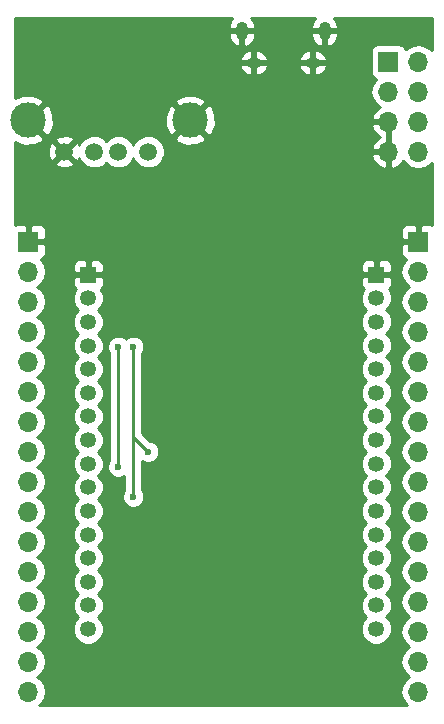
<source format=gbr>
G04 #@! TF.FileFunction,Copper,L2,Bot,Signal*
%FSLAX46Y46*%
G04 Gerber Fmt 4.6, Leading zero omitted, Abs format (unit mm)*
G04 Created by KiCad (PCBNEW 4.0.5) date 02/22/17 14:43:09*
%MOMM*%
%LPD*%
G01*
G04 APERTURE LIST*
%ADD10C,0.100000*%
%ADD11C,1.350000*%
%ADD12R,1.350000X1.350000*%
%ADD13O,1.250000X0.950000*%
%ADD14O,1.000000X1.550000*%
%ADD15C,1.500000*%
%ADD16C,3.000000*%
%ADD17R,1.700000X1.700000*%
%ADD18O,1.700000X1.700000*%
%ADD19C,0.600000*%
%ADD20C,0.250000*%
%ADD21C,0.254000*%
G04 APERTURE END LIST*
D10*
D11*
X138692000Y-129314000D03*
X138692000Y-127314000D03*
X138692000Y-125314000D03*
X138692000Y-123314000D03*
X138692000Y-121314000D03*
X138692000Y-119314000D03*
X138692000Y-117314000D03*
X138692000Y-115314000D03*
X138692000Y-113314000D03*
X138692000Y-111314000D03*
X138692000Y-109314000D03*
X138692000Y-107314000D03*
X138692000Y-105314000D03*
X138692000Y-103314000D03*
X138692000Y-101314000D03*
D12*
X138692000Y-99314000D03*
X114292000Y-99314000D03*
D11*
X114292000Y-101314000D03*
X114292000Y-103314000D03*
X114292000Y-105314000D03*
X114292000Y-107314000D03*
X114292000Y-109314000D03*
X114292000Y-111314000D03*
X114292000Y-113314000D03*
X114292000Y-115314000D03*
X114292000Y-117314000D03*
X114292000Y-119314000D03*
X114292000Y-121314000D03*
X114292000Y-123314000D03*
X114292000Y-125314000D03*
X114292000Y-127314000D03*
X114292000Y-129314000D03*
D13*
X133310000Y-81360000D03*
X128310000Y-81360000D03*
D14*
X134310000Y-78660000D03*
X127310000Y-78660000D03*
D15*
X112270000Y-88900000D03*
X114810000Y-88900000D03*
X116840000Y-88900000D03*
X119380000Y-88900000D03*
D16*
X109220000Y-86230000D03*
X122940000Y-86230000D03*
D17*
X109220000Y-96520000D03*
D18*
X109220000Y-99060000D03*
X109220000Y-101600000D03*
X109220000Y-104140000D03*
X109220000Y-106680000D03*
X109220000Y-109220000D03*
X109220000Y-111760000D03*
X109220000Y-114300000D03*
X109220000Y-116840000D03*
X109220000Y-119380000D03*
X109220000Y-121920000D03*
X109220000Y-124460000D03*
X109220000Y-127000000D03*
X109220000Y-129540000D03*
X109220000Y-132080000D03*
X109220000Y-134620000D03*
D17*
X142240000Y-96520000D03*
D18*
X142240000Y-99060000D03*
X142240000Y-101600000D03*
X142240000Y-104140000D03*
X142240000Y-106680000D03*
X142240000Y-109220000D03*
X142240000Y-111760000D03*
X142240000Y-114300000D03*
X142240000Y-116840000D03*
X142240000Y-119380000D03*
X142240000Y-121920000D03*
X142240000Y-124460000D03*
X142240000Y-127000000D03*
X142240000Y-129540000D03*
X142240000Y-132080000D03*
X142240000Y-134620000D03*
D17*
X139700000Y-81280000D03*
D18*
X142240000Y-81280000D03*
X139700000Y-83820000D03*
X142240000Y-83820000D03*
X139700000Y-86360000D03*
X142240000Y-86360000D03*
X139700000Y-88900000D03*
X142240000Y-88900000D03*
D19*
X128270000Y-99060000D03*
X134620000Y-93980000D03*
X135890000Y-113030000D03*
X135890000Y-120650000D03*
X120650000Y-111760000D03*
X120650000Y-118110000D03*
X119380000Y-93980000D03*
X116840000Y-115570000D03*
X116840000Y-105410000D03*
X119380000Y-114300000D03*
X118110000Y-105410000D03*
X118110000Y-118110000D03*
D20*
X116840000Y-105410000D02*
X116840000Y-115570000D01*
X119380000Y-114300000D02*
X118110000Y-113030000D01*
X118110000Y-118110000D02*
X118110000Y-113030000D01*
X118110000Y-113030000D02*
X118110000Y-105410000D01*
D21*
G36*
X126309998Y-77833322D02*
X126175000Y-78258000D01*
X126175000Y-78533000D01*
X127183000Y-78533000D01*
X127183000Y-78513000D01*
X127437000Y-78513000D01*
X127437000Y-78533000D01*
X128445000Y-78533000D01*
X128445000Y-78258000D01*
X128310002Y-77833322D01*
X128110757Y-77597000D01*
X133509243Y-77597000D01*
X133309998Y-77833322D01*
X133175000Y-78258000D01*
X133175000Y-78533000D01*
X134183000Y-78533000D01*
X134183000Y-78513000D01*
X134437000Y-78513000D01*
X134437000Y-78533000D01*
X135445000Y-78533000D01*
X135445000Y-78258000D01*
X135310002Y-77833322D01*
X135110757Y-77597000D01*
X143383000Y-77597000D01*
X143383000Y-80325509D01*
X143319147Y-80229946D01*
X142837378Y-79908039D01*
X142269093Y-79795000D01*
X142210907Y-79795000D01*
X141642622Y-79908039D01*
X141160853Y-80229946D01*
X141160029Y-80231179D01*
X141153162Y-80194683D01*
X141014090Y-79978559D01*
X140801890Y-79833569D01*
X140550000Y-79782560D01*
X138850000Y-79782560D01*
X138614683Y-79826838D01*
X138398559Y-79965910D01*
X138253569Y-80178110D01*
X138202560Y-80430000D01*
X138202560Y-82130000D01*
X138246838Y-82365317D01*
X138385910Y-82581441D01*
X138598110Y-82726431D01*
X138665541Y-82740086D01*
X138620853Y-82769946D01*
X138298946Y-83251715D01*
X138185907Y-83820000D01*
X138298946Y-84388285D01*
X138620853Y-84870054D01*
X138961553Y-85097702D01*
X138818642Y-85164817D01*
X138428355Y-85593076D01*
X138258524Y-86003110D01*
X138379845Y-86233000D01*
X139573000Y-86233000D01*
X139573000Y-86213000D01*
X139827000Y-86213000D01*
X139827000Y-86233000D01*
X139847000Y-86233000D01*
X139847000Y-86487000D01*
X139827000Y-86487000D01*
X139827000Y-88773000D01*
X139847000Y-88773000D01*
X139847000Y-89027000D01*
X139827000Y-89027000D01*
X139827000Y-90220819D01*
X140056892Y-90341486D01*
X140581358Y-90095183D01*
X140971645Y-89666924D01*
X140971655Y-89666899D01*
X141160853Y-89950054D01*
X141642622Y-90271961D01*
X142210907Y-90385000D01*
X142269093Y-90385000D01*
X142837378Y-90271961D01*
X143319147Y-89950054D01*
X143383000Y-89854491D01*
X143383000Y-95104046D01*
X143216309Y-95035000D01*
X142525750Y-95035000D01*
X142367000Y-95193750D01*
X142367000Y-96393000D01*
X142387000Y-96393000D01*
X142387000Y-96647000D01*
X142367000Y-96647000D01*
X142367000Y-96667000D01*
X142113000Y-96667000D01*
X142113000Y-96647000D01*
X140913750Y-96647000D01*
X140755000Y-96805750D01*
X140755000Y-97496310D01*
X140851673Y-97729699D01*
X141030302Y-97908327D01*
X141204777Y-97980597D01*
X141160853Y-98009946D01*
X140838946Y-98491715D01*
X140725907Y-99060000D01*
X140838946Y-99628285D01*
X141160853Y-100110054D01*
X141490026Y-100330000D01*
X141160853Y-100549946D01*
X140838946Y-101031715D01*
X140725907Y-101600000D01*
X140838946Y-102168285D01*
X141160853Y-102650054D01*
X141490026Y-102870000D01*
X141160853Y-103089946D01*
X140838946Y-103571715D01*
X140725907Y-104140000D01*
X140838946Y-104708285D01*
X141160853Y-105190054D01*
X141490026Y-105410000D01*
X141160853Y-105629946D01*
X140838946Y-106111715D01*
X140725907Y-106680000D01*
X140838946Y-107248285D01*
X141160853Y-107730054D01*
X141490026Y-107950000D01*
X141160853Y-108169946D01*
X140838946Y-108651715D01*
X140725907Y-109220000D01*
X140838946Y-109788285D01*
X141160853Y-110270054D01*
X141490026Y-110490000D01*
X141160853Y-110709946D01*
X140838946Y-111191715D01*
X140725907Y-111760000D01*
X140838946Y-112328285D01*
X141160853Y-112810054D01*
X141490026Y-113030000D01*
X141160853Y-113249946D01*
X140838946Y-113731715D01*
X140725907Y-114300000D01*
X140838946Y-114868285D01*
X141160853Y-115350054D01*
X141490026Y-115570000D01*
X141160853Y-115789946D01*
X140838946Y-116271715D01*
X140725907Y-116840000D01*
X140838946Y-117408285D01*
X141160853Y-117890054D01*
X141490026Y-118110000D01*
X141160853Y-118329946D01*
X140838946Y-118811715D01*
X140725907Y-119380000D01*
X140838946Y-119948285D01*
X141160853Y-120430054D01*
X141490026Y-120650000D01*
X141160853Y-120869946D01*
X140838946Y-121351715D01*
X140725907Y-121920000D01*
X140838946Y-122488285D01*
X141160853Y-122970054D01*
X141490026Y-123190000D01*
X141160853Y-123409946D01*
X140838946Y-123891715D01*
X140725907Y-124460000D01*
X140838946Y-125028285D01*
X141160853Y-125510054D01*
X141490026Y-125730000D01*
X141160853Y-125949946D01*
X140838946Y-126431715D01*
X140725907Y-127000000D01*
X140838946Y-127568285D01*
X141160853Y-128050054D01*
X141490026Y-128270000D01*
X141160853Y-128489946D01*
X140838946Y-128971715D01*
X140725907Y-129540000D01*
X140838946Y-130108285D01*
X141160853Y-130590054D01*
X141490026Y-130810000D01*
X141160853Y-131029946D01*
X140838946Y-131511715D01*
X140725907Y-132080000D01*
X140838946Y-132648285D01*
X141160853Y-133130054D01*
X141490026Y-133350000D01*
X141160853Y-133569946D01*
X140838946Y-134051715D01*
X140725907Y-134620000D01*
X140838946Y-135188285D01*
X141160853Y-135670054D01*
X141299957Y-135763000D01*
X110160043Y-135763000D01*
X110299147Y-135670054D01*
X110621054Y-135188285D01*
X110734093Y-134620000D01*
X110621054Y-134051715D01*
X110299147Y-133569946D01*
X109969974Y-133350000D01*
X110299147Y-133130054D01*
X110621054Y-132648285D01*
X110734093Y-132080000D01*
X110621054Y-131511715D01*
X110299147Y-131029946D01*
X109969974Y-130810000D01*
X110299147Y-130590054D01*
X110621054Y-130108285D01*
X110734093Y-129540000D01*
X110621054Y-128971715D01*
X110299147Y-128489946D01*
X109969974Y-128270000D01*
X110299147Y-128050054D01*
X110621054Y-127568285D01*
X110734093Y-127000000D01*
X110621054Y-126431715D01*
X110299147Y-125949946D01*
X109969974Y-125730000D01*
X110299147Y-125510054D01*
X110621054Y-125028285D01*
X110734093Y-124460000D01*
X110621054Y-123891715D01*
X110299147Y-123409946D01*
X109969974Y-123190000D01*
X110299147Y-122970054D01*
X110621054Y-122488285D01*
X110734093Y-121920000D01*
X110621054Y-121351715D01*
X110299147Y-120869946D01*
X109969974Y-120650000D01*
X110299147Y-120430054D01*
X110621054Y-119948285D01*
X110734093Y-119380000D01*
X110621054Y-118811715D01*
X110299147Y-118329946D01*
X109969974Y-118110000D01*
X110299147Y-117890054D01*
X110621054Y-117408285D01*
X110734093Y-116840000D01*
X110621054Y-116271715D01*
X110299147Y-115789946D01*
X109969974Y-115570000D01*
X110299147Y-115350054D01*
X110621054Y-114868285D01*
X110734093Y-114300000D01*
X110621054Y-113731715D01*
X110299147Y-113249946D01*
X109969974Y-113030000D01*
X110299147Y-112810054D01*
X110621054Y-112328285D01*
X110734093Y-111760000D01*
X110621054Y-111191715D01*
X110299147Y-110709946D01*
X109969974Y-110490000D01*
X110299147Y-110270054D01*
X110621054Y-109788285D01*
X110734093Y-109220000D01*
X110621054Y-108651715D01*
X110299147Y-108169946D01*
X109969974Y-107950000D01*
X110299147Y-107730054D01*
X110621054Y-107248285D01*
X110734093Y-106680000D01*
X110621054Y-106111715D01*
X110299147Y-105629946D01*
X109969974Y-105410000D01*
X110299147Y-105190054D01*
X110621054Y-104708285D01*
X110734093Y-104140000D01*
X110621054Y-103571715D01*
X110299147Y-103089946D01*
X109969974Y-102870000D01*
X110299147Y-102650054D01*
X110621054Y-102168285D01*
X110734093Y-101600000D01*
X110728809Y-101573432D01*
X112981774Y-101573432D01*
X113180789Y-102055086D01*
X113439380Y-102314129D01*
X113182084Y-102570976D01*
X112982228Y-103052282D01*
X112981774Y-103573432D01*
X113180789Y-104055086D01*
X113439380Y-104314129D01*
X113182084Y-104570976D01*
X112982228Y-105052282D01*
X112981774Y-105573432D01*
X113180789Y-106055086D01*
X113439380Y-106314129D01*
X113182084Y-106570976D01*
X112982228Y-107052282D01*
X112981774Y-107573432D01*
X113180789Y-108055086D01*
X113439380Y-108314129D01*
X113182084Y-108570976D01*
X112982228Y-109052282D01*
X112981774Y-109573432D01*
X113180789Y-110055086D01*
X113439380Y-110314129D01*
X113182084Y-110570976D01*
X112982228Y-111052282D01*
X112981774Y-111573432D01*
X113180789Y-112055086D01*
X113439380Y-112314129D01*
X113182084Y-112570976D01*
X112982228Y-113052282D01*
X112981774Y-113573432D01*
X113180789Y-114055086D01*
X113439380Y-114314129D01*
X113182084Y-114570976D01*
X112982228Y-115052282D01*
X112981774Y-115573432D01*
X113180789Y-116055086D01*
X113439380Y-116314129D01*
X113182084Y-116570976D01*
X112982228Y-117052282D01*
X112981774Y-117573432D01*
X113180789Y-118055086D01*
X113439380Y-118314129D01*
X113182084Y-118570976D01*
X112982228Y-119052282D01*
X112981774Y-119573432D01*
X113180789Y-120055086D01*
X113439380Y-120314129D01*
X113182084Y-120570976D01*
X112982228Y-121052282D01*
X112981774Y-121573432D01*
X113180789Y-122055086D01*
X113439380Y-122314129D01*
X113182084Y-122570976D01*
X112982228Y-123052282D01*
X112981774Y-123573432D01*
X113180789Y-124055086D01*
X113439380Y-124314129D01*
X113182084Y-124570976D01*
X112982228Y-125052282D01*
X112981774Y-125573432D01*
X113180789Y-126055086D01*
X113439380Y-126314129D01*
X113182084Y-126570976D01*
X112982228Y-127052282D01*
X112981774Y-127573432D01*
X113180789Y-128055086D01*
X113439380Y-128314129D01*
X113182084Y-128570976D01*
X112982228Y-129052282D01*
X112981774Y-129573432D01*
X113180789Y-130055086D01*
X113548976Y-130423916D01*
X114030282Y-130623772D01*
X114551432Y-130624226D01*
X115033086Y-130425211D01*
X115401916Y-130057024D01*
X115601772Y-129575718D01*
X115602226Y-129054568D01*
X115403211Y-128572914D01*
X115144620Y-128313871D01*
X115401916Y-128057024D01*
X115601772Y-127575718D01*
X115602226Y-127054568D01*
X115403211Y-126572914D01*
X115144620Y-126313871D01*
X115401916Y-126057024D01*
X115601772Y-125575718D01*
X115602226Y-125054568D01*
X115403211Y-124572914D01*
X115144620Y-124313871D01*
X115401916Y-124057024D01*
X115601772Y-123575718D01*
X115602226Y-123054568D01*
X115403211Y-122572914D01*
X115144620Y-122313871D01*
X115401916Y-122057024D01*
X115601772Y-121575718D01*
X115602226Y-121054568D01*
X115403211Y-120572914D01*
X115144620Y-120313871D01*
X115401916Y-120057024D01*
X115601772Y-119575718D01*
X115602226Y-119054568D01*
X115403211Y-118572914D01*
X115144620Y-118313871D01*
X115401916Y-118057024D01*
X115601772Y-117575718D01*
X115602226Y-117054568D01*
X115403211Y-116572914D01*
X115144620Y-116313871D01*
X115401916Y-116057024D01*
X115601772Y-115575718D01*
X115602226Y-115054568D01*
X115403211Y-114572914D01*
X115144620Y-114313871D01*
X115401916Y-114057024D01*
X115601772Y-113575718D01*
X115602226Y-113054568D01*
X115403211Y-112572914D01*
X115144620Y-112313871D01*
X115401916Y-112057024D01*
X115601772Y-111575718D01*
X115602226Y-111054568D01*
X115403211Y-110572914D01*
X115144620Y-110313871D01*
X115401916Y-110057024D01*
X115601772Y-109575718D01*
X115602226Y-109054568D01*
X115403211Y-108572914D01*
X115144620Y-108313871D01*
X115401916Y-108057024D01*
X115601772Y-107575718D01*
X115602226Y-107054568D01*
X115403211Y-106572914D01*
X115144620Y-106313871D01*
X115401916Y-106057024D01*
X115593696Y-105595167D01*
X115904838Y-105595167D01*
X116046883Y-105938943D01*
X116080000Y-105972118D01*
X116080000Y-115007537D01*
X116047808Y-115039673D01*
X115905162Y-115383201D01*
X115904838Y-115755167D01*
X116046883Y-116098943D01*
X116309673Y-116362192D01*
X116653201Y-116504838D01*
X117025167Y-116505162D01*
X117350000Y-116370944D01*
X117350000Y-117547537D01*
X117317808Y-117579673D01*
X117175162Y-117923201D01*
X117174838Y-118295167D01*
X117316883Y-118638943D01*
X117579673Y-118902192D01*
X117923201Y-119044838D01*
X118295167Y-119045162D01*
X118638943Y-118903117D01*
X118902192Y-118640327D01*
X119044838Y-118296799D01*
X119045162Y-117924833D01*
X118903117Y-117581057D01*
X118870000Y-117547882D01*
X118870000Y-115100633D01*
X119193201Y-115234838D01*
X119565167Y-115235162D01*
X119908943Y-115093117D01*
X120172192Y-114830327D01*
X120314838Y-114486799D01*
X120315162Y-114114833D01*
X120173117Y-113771057D01*
X119910327Y-113507808D01*
X119566799Y-113365162D01*
X119519923Y-113365121D01*
X118870000Y-112715198D01*
X118870000Y-105972463D01*
X118902192Y-105940327D01*
X119044838Y-105596799D01*
X119045162Y-105224833D01*
X118903117Y-104881057D01*
X118640327Y-104617808D01*
X118296799Y-104475162D01*
X117924833Y-104474838D01*
X117581057Y-104616883D01*
X117475046Y-104722710D01*
X117370327Y-104617808D01*
X117026799Y-104475162D01*
X116654833Y-104474838D01*
X116311057Y-104616883D01*
X116047808Y-104879673D01*
X115905162Y-105223201D01*
X115904838Y-105595167D01*
X115593696Y-105595167D01*
X115601772Y-105575718D01*
X115602226Y-105054568D01*
X115403211Y-104572914D01*
X115144620Y-104313871D01*
X115401916Y-104057024D01*
X115601772Y-103575718D01*
X115602226Y-103054568D01*
X115403211Y-102572914D01*
X115144620Y-102313871D01*
X115401916Y-102057024D01*
X115601772Y-101575718D01*
X115601773Y-101573432D01*
X137381774Y-101573432D01*
X137580789Y-102055086D01*
X137839380Y-102314129D01*
X137582084Y-102570976D01*
X137382228Y-103052282D01*
X137381774Y-103573432D01*
X137580789Y-104055086D01*
X137839380Y-104314129D01*
X137582084Y-104570976D01*
X137382228Y-105052282D01*
X137381774Y-105573432D01*
X137580789Y-106055086D01*
X137839380Y-106314129D01*
X137582084Y-106570976D01*
X137382228Y-107052282D01*
X137381774Y-107573432D01*
X137580789Y-108055086D01*
X137839380Y-108314129D01*
X137582084Y-108570976D01*
X137382228Y-109052282D01*
X137381774Y-109573432D01*
X137580789Y-110055086D01*
X137839380Y-110314129D01*
X137582084Y-110570976D01*
X137382228Y-111052282D01*
X137381774Y-111573432D01*
X137580789Y-112055086D01*
X137839380Y-112314129D01*
X137582084Y-112570976D01*
X137382228Y-113052282D01*
X137381774Y-113573432D01*
X137580789Y-114055086D01*
X137839380Y-114314129D01*
X137582084Y-114570976D01*
X137382228Y-115052282D01*
X137381774Y-115573432D01*
X137580789Y-116055086D01*
X137839380Y-116314129D01*
X137582084Y-116570976D01*
X137382228Y-117052282D01*
X137381774Y-117573432D01*
X137580789Y-118055086D01*
X137839380Y-118314129D01*
X137582084Y-118570976D01*
X137382228Y-119052282D01*
X137381774Y-119573432D01*
X137580789Y-120055086D01*
X137839380Y-120314129D01*
X137582084Y-120570976D01*
X137382228Y-121052282D01*
X137381774Y-121573432D01*
X137580789Y-122055086D01*
X137839380Y-122314129D01*
X137582084Y-122570976D01*
X137382228Y-123052282D01*
X137381774Y-123573432D01*
X137580789Y-124055086D01*
X137839380Y-124314129D01*
X137582084Y-124570976D01*
X137382228Y-125052282D01*
X137381774Y-125573432D01*
X137580789Y-126055086D01*
X137839380Y-126314129D01*
X137582084Y-126570976D01*
X137382228Y-127052282D01*
X137381774Y-127573432D01*
X137580789Y-128055086D01*
X137839380Y-128314129D01*
X137582084Y-128570976D01*
X137382228Y-129052282D01*
X137381774Y-129573432D01*
X137580789Y-130055086D01*
X137948976Y-130423916D01*
X138430282Y-130623772D01*
X138951432Y-130624226D01*
X139433086Y-130425211D01*
X139801916Y-130057024D01*
X140001772Y-129575718D01*
X140002226Y-129054568D01*
X139803211Y-128572914D01*
X139544620Y-128313871D01*
X139801916Y-128057024D01*
X140001772Y-127575718D01*
X140002226Y-127054568D01*
X139803211Y-126572914D01*
X139544620Y-126313871D01*
X139801916Y-126057024D01*
X140001772Y-125575718D01*
X140002226Y-125054568D01*
X139803211Y-124572914D01*
X139544620Y-124313871D01*
X139801916Y-124057024D01*
X140001772Y-123575718D01*
X140002226Y-123054568D01*
X139803211Y-122572914D01*
X139544620Y-122313871D01*
X139801916Y-122057024D01*
X140001772Y-121575718D01*
X140002226Y-121054568D01*
X139803211Y-120572914D01*
X139544620Y-120313871D01*
X139801916Y-120057024D01*
X140001772Y-119575718D01*
X140002226Y-119054568D01*
X139803211Y-118572914D01*
X139544620Y-118313871D01*
X139801916Y-118057024D01*
X140001772Y-117575718D01*
X140002226Y-117054568D01*
X139803211Y-116572914D01*
X139544620Y-116313871D01*
X139801916Y-116057024D01*
X140001772Y-115575718D01*
X140002226Y-115054568D01*
X139803211Y-114572914D01*
X139544620Y-114313871D01*
X139801916Y-114057024D01*
X140001772Y-113575718D01*
X140002226Y-113054568D01*
X139803211Y-112572914D01*
X139544620Y-112313871D01*
X139801916Y-112057024D01*
X140001772Y-111575718D01*
X140002226Y-111054568D01*
X139803211Y-110572914D01*
X139544620Y-110313871D01*
X139801916Y-110057024D01*
X140001772Y-109575718D01*
X140002226Y-109054568D01*
X139803211Y-108572914D01*
X139544620Y-108313871D01*
X139801916Y-108057024D01*
X140001772Y-107575718D01*
X140002226Y-107054568D01*
X139803211Y-106572914D01*
X139544620Y-106313871D01*
X139801916Y-106057024D01*
X140001772Y-105575718D01*
X140002226Y-105054568D01*
X139803211Y-104572914D01*
X139544620Y-104313871D01*
X139801916Y-104057024D01*
X140001772Y-103575718D01*
X140002226Y-103054568D01*
X139803211Y-102572914D01*
X139544620Y-102313871D01*
X139801916Y-102057024D01*
X140001772Y-101575718D01*
X140002226Y-101054568D01*
X139803211Y-100572914D01*
X139742214Y-100511811D01*
X139905327Y-100348699D01*
X140002000Y-100115310D01*
X140002000Y-99599750D01*
X139843250Y-99441000D01*
X138819000Y-99441000D01*
X138819000Y-99461000D01*
X138565000Y-99461000D01*
X138565000Y-99441000D01*
X137540750Y-99441000D01*
X137382000Y-99599750D01*
X137382000Y-100115310D01*
X137478673Y-100348699D01*
X137641569Y-100511594D01*
X137582084Y-100570976D01*
X137382228Y-101052282D01*
X137381774Y-101573432D01*
X115601773Y-101573432D01*
X115602226Y-101054568D01*
X115403211Y-100572914D01*
X115342214Y-100511811D01*
X115505327Y-100348699D01*
X115602000Y-100115310D01*
X115602000Y-99599750D01*
X115443250Y-99441000D01*
X114419000Y-99441000D01*
X114419000Y-99461000D01*
X114165000Y-99461000D01*
X114165000Y-99441000D01*
X113140750Y-99441000D01*
X112982000Y-99599750D01*
X112982000Y-100115310D01*
X113078673Y-100348699D01*
X113241569Y-100511594D01*
X113182084Y-100570976D01*
X112982228Y-101052282D01*
X112981774Y-101573432D01*
X110728809Y-101573432D01*
X110621054Y-101031715D01*
X110299147Y-100549946D01*
X109969974Y-100330000D01*
X110299147Y-100110054D01*
X110621054Y-99628285D01*
X110734093Y-99060000D01*
X110625227Y-98512690D01*
X112982000Y-98512690D01*
X112982000Y-99028250D01*
X113140750Y-99187000D01*
X114165000Y-99187000D01*
X114165000Y-98162750D01*
X114419000Y-98162750D01*
X114419000Y-99187000D01*
X115443250Y-99187000D01*
X115602000Y-99028250D01*
X115602000Y-98512690D01*
X137382000Y-98512690D01*
X137382000Y-99028250D01*
X137540750Y-99187000D01*
X138565000Y-99187000D01*
X138565000Y-98162750D01*
X138819000Y-98162750D01*
X138819000Y-99187000D01*
X139843250Y-99187000D01*
X140002000Y-99028250D01*
X140002000Y-98512690D01*
X139905327Y-98279301D01*
X139726698Y-98100673D01*
X139493309Y-98004000D01*
X138977750Y-98004000D01*
X138819000Y-98162750D01*
X138565000Y-98162750D01*
X138406250Y-98004000D01*
X137890691Y-98004000D01*
X137657302Y-98100673D01*
X137478673Y-98279301D01*
X137382000Y-98512690D01*
X115602000Y-98512690D01*
X115505327Y-98279301D01*
X115326698Y-98100673D01*
X115093309Y-98004000D01*
X114577750Y-98004000D01*
X114419000Y-98162750D01*
X114165000Y-98162750D01*
X114006250Y-98004000D01*
X113490691Y-98004000D01*
X113257302Y-98100673D01*
X113078673Y-98279301D01*
X112982000Y-98512690D01*
X110625227Y-98512690D01*
X110621054Y-98491715D01*
X110299147Y-98009946D01*
X110255223Y-97980597D01*
X110429698Y-97908327D01*
X110608327Y-97729699D01*
X110705000Y-97496310D01*
X110705000Y-96805750D01*
X110546250Y-96647000D01*
X109347000Y-96647000D01*
X109347000Y-96667000D01*
X109093000Y-96667000D01*
X109093000Y-96647000D01*
X109073000Y-96647000D01*
X109073000Y-96393000D01*
X109093000Y-96393000D01*
X109093000Y-95193750D01*
X109347000Y-95193750D01*
X109347000Y-96393000D01*
X110546250Y-96393000D01*
X110705000Y-96234250D01*
X110705000Y-95543690D01*
X140755000Y-95543690D01*
X140755000Y-96234250D01*
X140913750Y-96393000D01*
X142113000Y-96393000D01*
X142113000Y-95193750D01*
X141954250Y-95035000D01*
X141263691Y-95035000D01*
X141030302Y-95131673D01*
X140851673Y-95310301D01*
X140755000Y-95543690D01*
X110705000Y-95543690D01*
X110608327Y-95310301D01*
X110429698Y-95131673D01*
X110196309Y-95035000D01*
X109505750Y-95035000D01*
X109347000Y-95193750D01*
X109093000Y-95193750D01*
X108934250Y-95035000D01*
X108243691Y-95035000D01*
X108077000Y-95104046D01*
X108077000Y-89871517D01*
X111478088Y-89871517D01*
X111546077Y-90112460D01*
X112065171Y-90297201D01*
X112615448Y-90269230D01*
X112993923Y-90112460D01*
X113061912Y-89871517D01*
X112270000Y-89079605D01*
X111478088Y-89871517D01*
X108077000Y-89871517D01*
X108077000Y-88695171D01*
X110872799Y-88695171D01*
X110900770Y-89245448D01*
X111057540Y-89623923D01*
X111298483Y-89691912D01*
X112090395Y-88900000D01*
X112449605Y-88900000D01*
X113241517Y-89691912D01*
X113482460Y-89623923D01*
X113541732Y-89457379D01*
X113635169Y-89683515D01*
X114024436Y-90073461D01*
X114533298Y-90284759D01*
X115084285Y-90285240D01*
X115593515Y-90074831D01*
X115825062Y-89843687D01*
X116054436Y-90073461D01*
X116563298Y-90284759D01*
X117114285Y-90285240D01*
X117623515Y-90074831D01*
X118013461Y-89685564D01*
X118109976Y-89453130D01*
X118205169Y-89683515D01*
X118594436Y-90073461D01*
X119103298Y-90284759D01*
X119654285Y-90285240D01*
X120163515Y-90074831D01*
X120553461Y-89685564D01*
X120731462Y-89256890D01*
X138258524Y-89256890D01*
X138428355Y-89666924D01*
X138818642Y-90095183D01*
X139343108Y-90341486D01*
X139573000Y-90220819D01*
X139573000Y-89027000D01*
X138379845Y-89027000D01*
X138258524Y-89256890D01*
X120731462Y-89256890D01*
X120764759Y-89176702D01*
X120765240Y-88625715D01*
X120554831Y-88116485D01*
X120182965Y-87743970D01*
X121605635Y-87743970D01*
X121765418Y-88062739D01*
X122556187Y-88372723D01*
X123405387Y-88356497D01*
X124114582Y-88062739D01*
X124274365Y-87743970D01*
X122940000Y-86409605D01*
X121605635Y-87743970D01*
X120182965Y-87743970D01*
X120165564Y-87726539D01*
X119656702Y-87515241D01*
X119105715Y-87514760D01*
X118596485Y-87725169D01*
X118206539Y-88114436D01*
X118110024Y-88346870D01*
X118014831Y-88116485D01*
X117625564Y-87726539D01*
X117116702Y-87515241D01*
X116565715Y-87514760D01*
X116056485Y-87725169D01*
X115824938Y-87956313D01*
X115595564Y-87726539D01*
X115086702Y-87515241D01*
X114535715Y-87514760D01*
X114026485Y-87725169D01*
X113636539Y-88114436D01*
X113546623Y-88330979D01*
X113482460Y-88176077D01*
X113241517Y-88108088D01*
X112449605Y-88900000D01*
X112090395Y-88900000D01*
X111298483Y-88108088D01*
X111057540Y-88176077D01*
X110872799Y-88695171D01*
X108077000Y-88695171D01*
X108077000Y-88075119D01*
X108836187Y-88372723D01*
X109685387Y-88356497D01*
X110394582Y-88062739D01*
X110461877Y-87928483D01*
X111478088Y-87928483D01*
X112270000Y-88720395D01*
X113061912Y-87928483D01*
X112993923Y-87687540D01*
X112474829Y-87502799D01*
X111924552Y-87530770D01*
X111546077Y-87687540D01*
X111478088Y-87928483D01*
X110461877Y-87928483D01*
X110554365Y-87743970D01*
X109220000Y-86409605D01*
X109205858Y-86423748D01*
X109026253Y-86244143D01*
X109040395Y-86230000D01*
X109399605Y-86230000D01*
X110733970Y-87564365D01*
X111052739Y-87404582D01*
X111362723Y-86613813D01*
X111348056Y-85846187D01*
X120797277Y-85846187D01*
X120813503Y-86695387D01*
X121107261Y-87404582D01*
X121426030Y-87564365D01*
X122760395Y-86230000D01*
X123119605Y-86230000D01*
X124453970Y-87564365D01*
X124772739Y-87404582D01*
X125042316Y-86716890D01*
X138258524Y-86716890D01*
X138428355Y-87126924D01*
X138818642Y-87555183D01*
X138977954Y-87630000D01*
X138818642Y-87704817D01*
X138428355Y-88133076D01*
X138258524Y-88543110D01*
X138379845Y-88773000D01*
X139573000Y-88773000D01*
X139573000Y-86487000D01*
X138379845Y-86487000D01*
X138258524Y-86716890D01*
X125042316Y-86716890D01*
X125082723Y-86613813D01*
X125066497Y-85764613D01*
X124772739Y-85055418D01*
X124453970Y-84895635D01*
X123119605Y-86230000D01*
X122760395Y-86230000D01*
X121426030Y-84895635D01*
X121107261Y-85055418D01*
X120797277Y-85846187D01*
X111348056Y-85846187D01*
X111346497Y-85764613D01*
X111052739Y-85055418D01*
X110733970Y-84895635D01*
X109399605Y-86230000D01*
X109040395Y-86230000D01*
X109026253Y-86215858D01*
X109205858Y-86036253D01*
X109220000Y-86050395D01*
X110554365Y-84716030D01*
X121605635Y-84716030D01*
X122940000Y-86050395D01*
X124274365Y-84716030D01*
X124114582Y-84397261D01*
X123323813Y-84087277D01*
X122474613Y-84103503D01*
X121765418Y-84397261D01*
X121605635Y-84716030D01*
X110554365Y-84716030D01*
X110394582Y-84397261D01*
X109603813Y-84087277D01*
X108754613Y-84103503D01*
X108077000Y-84384179D01*
X108077000Y-81657938D01*
X127090732Y-81657938D01*
X127274448Y-82031821D01*
X127598951Y-82319568D01*
X128008869Y-82461229D01*
X128183000Y-82312563D01*
X128183000Y-81487000D01*
X128437000Y-81487000D01*
X128437000Y-82312563D01*
X128611131Y-82461229D01*
X129021049Y-82319568D01*
X129345552Y-82031821D01*
X129529268Y-81657938D01*
X132090732Y-81657938D01*
X132274448Y-82031821D01*
X132598951Y-82319568D01*
X133008869Y-82461229D01*
X133183000Y-82312563D01*
X133183000Y-81487000D01*
X133437000Y-81487000D01*
X133437000Y-82312563D01*
X133611131Y-82461229D01*
X134021049Y-82319568D01*
X134345552Y-82031821D01*
X134529268Y-81657938D01*
X134402734Y-81487000D01*
X133437000Y-81487000D01*
X133183000Y-81487000D01*
X132217266Y-81487000D01*
X132090732Y-81657938D01*
X129529268Y-81657938D01*
X129402734Y-81487000D01*
X128437000Y-81487000D01*
X128183000Y-81487000D01*
X127217266Y-81487000D01*
X127090732Y-81657938D01*
X108077000Y-81657938D01*
X108077000Y-81062062D01*
X127090732Y-81062062D01*
X127217266Y-81233000D01*
X128183000Y-81233000D01*
X128183000Y-80407437D01*
X128437000Y-80407437D01*
X128437000Y-81233000D01*
X129402734Y-81233000D01*
X129529268Y-81062062D01*
X132090732Y-81062062D01*
X132217266Y-81233000D01*
X133183000Y-81233000D01*
X133183000Y-80407437D01*
X133437000Y-80407437D01*
X133437000Y-81233000D01*
X134402734Y-81233000D01*
X134529268Y-81062062D01*
X134345552Y-80688179D01*
X134021049Y-80400432D01*
X133611131Y-80258771D01*
X133437000Y-80407437D01*
X133183000Y-80407437D01*
X133008869Y-80258771D01*
X132598951Y-80400432D01*
X132274448Y-80688179D01*
X132090732Y-81062062D01*
X129529268Y-81062062D01*
X129345552Y-80688179D01*
X129021049Y-80400432D01*
X128611131Y-80258771D01*
X128437000Y-80407437D01*
X128183000Y-80407437D01*
X128008869Y-80258771D01*
X127598951Y-80400432D01*
X127274448Y-80688179D01*
X127090732Y-81062062D01*
X108077000Y-81062062D01*
X108077000Y-78787000D01*
X126175000Y-78787000D01*
X126175000Y-79062000D01*
X126309998Y-79486678D01*
X126597237Y-79827368D01*
X127008126Y-80029119D01*
X127183000Y-79902954D01*
X127183000Y-78787000D01*
X127437000Y-78787000D01*
X127437000Y-79902954D01*
X127611874Y-80029119D01*
X128022763Y-79827368D01*
X128310002Y-79486678D01*
X128445000Y-79062000D01*
X128445000Y-78787000D01*
X133175000Y-78787000D01*
X133175000Y-79062000D01*
X133309998Y-79486678D01*
X133597237Y-79827368D01*
X134008126Y-80029119D01*
X134183000Y-79902954D01*
X134183000Y-78787000D01*
X134437000Y-78787000D01*
X134437000Y-79902954D01*
X134611874Y-80029119D01*
X135022763Y-79827368D01*
X135310002Y-79486678D01*
X135445000Y-79062000D01*
X135445000Y-78787000D01*
X134437000Y-78787000D01*
X134183000Y-78787000D01*
X133175000Y-78787000D01*
X128445000Y-78787000D01*
X127437000Y-78787000D01*
X127183000Y-78787000D01*
X126175000Y-78787000D01*
X108077000Y-78787000D01*
X108077000Y-77597000D01*
X126509243Y-77597000D01*
X126309998Y-77833322D01*
X126309998Y-77833322D01*
G37*
X126309998Y-77833322D02*
X126175000Y-78258000D01*
X126175000Y-78533000D01*
X127183000Y-78533000D01*
X127183000Y-78513000D01*
X127437000Y-78513000D01*
X127437000Y-78533000D01*
X128445000Y-78533000D01*
X128445000Y-78258000D01*
X128310002Y-77833322D01*
X128110757Y-77597000D01*
X133509243Y-77597000D01*
X133309998Y-77833322D01*
X133175000Y-78258000D01*
X133175000Y-78533000D01*
X134183000Y-78533000D01*
X134183000Y-78513000D01*
X134437000Y-78513000D01*
X134437000Y-78533000D01*
X135445000Y-78533000D01*
X135445000Y-78258000D01*
X135310002Y-77833322D01*
X135110757Y-77597000D01*
X143383000Y-77597000D01*
X143383000Y-80325509D01*
X143319147Y-80229946D01*
X142837378Y-79908039D01*
X142269093Y-79795000D01*
X142210907Y-79795000D01*
X141642622Y-79908039D01*
X141160853Y-80229946D01*
X141160029Y-80231179D01*
X141153162Y-80194683D01*
X141014090Y-79978559D01*
X140801890Y-79833569D01*
X140550000Y-79782560D01*
X138850000Y-79782560D01*
X138614683Y-79826838D01*
X138398559Y-79965910D01*
X138253569Y-80178110D01*
X138202560Y-80430000D01*
X138202560Y-82130000D01*
X138246838Y-82365317D01*
X138385910Y-82581441D01*
X138598110Y-82726431D01*
X138665541Y-82740086D01*
X138620853Y-82769946D01*
X138298946Y-83251715D01*
X138185907Y-83820000D01*
X138298946Y-84388285D01*
X138620853Y-84870054D01*
X138961553Y-85097702D01*
X138818642Y-85164817D01*
X138428355Y-85593076D01*
X138258524Y-86003110D01*
X138379845Y-86233000D01*
X139573000Y-86233000D01*
X139573000Y-86213000D01*
X139827000Y-86213000D01*
X139827000Y-86233000D01*
X139847000Y-86233000D01*
X139847000Y-86487000D01*
X139827000Y-86487000D01*
X139827000Y-88773000D01*
X139847000Y-88773000D01*
X139847000Y-89027000D01*
X139827000Y-89027000D01*
X139827000Y-90220819D01*
X140056892Y-90341486D01*
X140581358Y-90095183D01*
X140971645Y-89666924D01*
X140971655Y-89666899D01*
X141160853Y-89950054D01*
X141642622Y-90271961D01*
X142210907Y-90385000D01*
X142269093Y-90385000D01*
X142837378Y-90271961D01*
X143319147Y-89950054D01*
X143383000Y-89854491D01*
X143383000Y-95104046D01*
X143216309Y-95035000D01*
X142525750Y-95035000D01*
X142367000Y-95193750D01*
X142367000Y-96393000D01*
X142387000Y-96393000D01*
X142387000Y-96647000D01*
X142367000Y-96647000D01*
X142367000Y-96667000D01*
X142113000Y-96667000D01*
X142113000Y-96647000D01*
X140913750Y-96647000D01*
X140755000Y-96805750D01*
X140755000Y-97496310D01*
X140851673Y-97729699D01*
X141030302Y-97908327D01*
X141204777Y-97980597D01*
X141160853Y-98009946D01*
X140838946Y-98491715D01*
X140725907Y-99060000D01*
X140838946Y-99628285D01*
X141160853Y-100110054D01*
X141490026Y-100330000D01*
X141160853Y-100549946D01*
X140838946Y-101031715D01*
X140725907Y-101600000D01*
X140838946Y-102168285D01*
X141160853Y-102650054D01*
X141490026Y-102870000D01*
X141160853Y-103089946D01*
X140838946Y-103571715D01*
X140725907Y-104140000D01*
X140838946Y-104708285D01*
X141160853Y-105190054D01*
X141490026Y-105410000D01*
X141160853Y-105629946D01*
X140838946Y-106111715D01*
X140725907Y-106680000D01*
X140838946Y-107248285D01*
X141160853Y-107730054D01*
X141490026Y-107950000D01*
X141160853Y-108169946D01*
X140838946Y-108651715D01*
X140725907Y-109220000D01*
X140838946Y-109788285D01*
X141160853Y-110270054D01*
X141490026Y-110490000D01*
X141160853Y-110709946D01*
X140838946Y-111191715D01*
X140725907Y-111760000D01*
X140838946Y-112328285D01*
X141160853Y-112810054D01*
X141490026Y-113030000D01*
X141160853Y-113249946D01*
X140838946Y-113731715D01*
X140725907Y-114300000D01*
X140838946Y-114868285D01*
X141160853Y-115350054D01*
X141490026Y-115570000D01*
X141160853Y-115789946D01*
X140838946Y-116271715D01*
X140725907Y-116840000D01*
X140838946Y-117408285D01*
X141160853Y-117890054D01*
X141490026Y-118110000D01*
X141160853Y-118329946D01*
X140838946Y-118811715D01*
X140725907Y-119380000D01*
X140838946Y-119948285D01*
X141160853Y-120430054D01*
X141490026Y-120650000D01*
X141160853Y-120869946D01*
X140838946Y-121351715D01*
X140725907Y-121920000D01*
X140838946Y-122488285D01*
X141160853Y-122970054D01*
X141490026Y-123190000D01*
X141160853Y-123409946D01*
X140838946Y-123891715D01*
X140725907Y-124460000D01*
X140838946Y-125028285D01*
X141160853Y-125510054D01*
X141490026Y-125730000D01*
X141160853Y-125949946D01*
X140838946Y-126431715D01*
X140725907Y-127000000D01*
X140838946Y-127568285D01*
X141160853Y-128050054D01*
X141490026Y-128270000D01*
X141160853Y-128489946D01*
X140838946Y-128971715D01*
X140725907Y-129540000D01*
X140838946Y-130108285D01*
X141160853Y-130590054D01*
X141490026Y-130810000D01*
X141160853Y-131029946D01*
X140838946Y-131511715D01*
X140725907Y-132080000D01*
X140838946Y-132648285D01*
X141160853Y-133130054D01*
X141490026Y-133350000D01*
X141160853Y-133569946D01*
X140838946Y-134051715D01*
X140725907Y-134620000D01*
X140838946Y-135188285D01*
X141160853Y-135670054D01*
X141299957Y-135763000D01*
X110160043Y-135763000D01*
X110299147Y-135670054D01*
X110621054Y-135188285D01*
X110734093Y-134620000D01*
X110621054Y-134051715D01*
X110299147Y-133569946D01*
X109969974Y-133350000D01*
X110299147Y-133130054D01*
X110621054Y-132648285D01*
X110734093Y-132080000D01*
X110621054Y-131511715D01*
X110299147Y-131029946D01*
X109969974Y-130810000D01*
X110299147Y-130590054D01*
X110621054Y-130108285D01*
X110734093Y-129540000D01*
X110621054Y-128971715D01*
X110299147Y-128489946D01*
X109969974Y-128270000D01*
X110299147Y-128050054D01*
X110621054Y-127568285D01*
X110734093Y-127000000D01*
X110621054Y-126431715D01*
X110299147Y-125949946D01*
X109969974Y-125730000D01*
X110299147Y-125510054D01*
X110621054Y-125028285D01*
X110734093Y-124460000D01*
X110621054Y-123891715D01*
X110299147Y-123409946D01*
X109969974Y-123190000D01*
X110299147Y-122970054D01*
X110621054Y-122488285D01*
X110734093Y-121920000D01*
X110621054Y-121351715D01*
X110299147Y-120869946D01*
X109969974Y-120650000D01*
X110299147Y-120430054D01*
X110621054Y-119948285D01*
X110734093Y-119380000D01*
X110621054Y-118811715D01*
X110299147Y-118329946D01*
X109969974Y-118110000D01*
X110299147Y-117890054D01*
X110621054Y-117408285D01*
X110734093Y-116840000D01*
X110621054Y-116271715D01*
X110299147Y-115789946D01*
X109969974Y-115570000D01*
X110299147Y-115350054D01*
X110621054Y-114868285D01*
X110734093Y-114300000D01*
X110621054Y-113731715D01*
X110299147Y-113249946D01*
X109969974Y-113030000D01*
X110299147Y-112810054D01*
X110621054Y-112328285D01*
X110734093Y-111760000D01*
X110621054Y-111191715D01*
X110299147Y-110709946D01*
X109969974Y-110490000D01*
X110299147Y-110270054D01*
X110621054Y-109788285D01*
X110734093Y-109220000D01*
X110621054Y-108651715D01*
X110299147Y-108169946D01*
X109969974Y-107950000D01*
X110299147Y-107730054D01*
X110621054Y-107248285D01*
X110734093Y-106680000D01*
X110621054Y-106111715D01*
X110299147Y-105629946D01*
X109969974Y-105410000D01*
X110299147Y-105190054D01*
X110621054Y-104708285D01*
X110734093Y-104140000D01*
X110621054Y-103571715D01*
X110299147Y-103089946D01*
X109969974Y-102870000D01*
X110299147Y-102650054D01*
X110621054Y-102168285D01*
X110734093Y-101600000D01*
X110728809Y-101573432D01*
X112981774Y-101573432D01*
X113180789Y-102055086D01*
X113439380Y-102314129D01*
X113182084Y-102570976D01*
X112982228Y-103052282D01*
X112981774Y-103573432D01*
X113180789Y-104055086D01*
X113439380Y-104314129D01*
X113182084Y-104570976D01*
X112982228Y-105052282D01*
X112981774Y-105573432D01*
X113180789Y-106055086D01*
X113439380Y-106314129D01*
X113182084Y-106570976D01*
X112982228Y-107052282D01*
X112981774Y-107573432D01*
X113180789Y-108055086D01*
X113439380Y-108314129D01*
X113182084Y-108570976D01*
X112982228Y-109052282D01*
X112981774Y-109573432D01*
X113180789Y-110055086D01*
X113439380Y-110314129D01*
X113182084Y-110570976D01*
X112982228Y-111052282D01*
X112981774Y-111573432D01*
X113180789Y-112055086D01*
X113439380Y-112314129D01*
X113182084Y-112570976D01*
X112982228Y-113052282D01*
X112981774Y-113573432D01*
X113180789Y-114055086D01*
X113439380Y-114314129D01*
X113182084Y-114570976D01*
X112982228Y-115052282D01*
X112981774Y-115573432D01*
X113180789Y-116055086D01*
X113439380Y-116314129D01*
X113182084Y-116570976D01*
X112982228Y-117052282D01*
X112981774Y-117573432D01*
X113180789Y-118055086D01*
X113439380Y-118314129D01*
X113182084Y-118570976D01*
X112982228Y-119052282D01*
X112981774Y-119573432D01*
X113180789Y-120055086D01*
X113439380Y-120314129D01*
X113182084Y-120570976D01*
X112982228Y-121052282D01*
X112981774Y-121573432D01*
X113180789Y-122055086D01*
X113439380Y-122314129D01*
X113182084Y-122570976D01*
X112982228Y-123052282D01*
X112981774Y-123573432D01*
X113180789Y-124055086D01*
X113439380Y-124314129D01*
X113182084Y-124570976D01*
X112982228Y-125052282D01*
X112981774Y-125573432D01*
X113180789Y-126055086D01*
X113439380Y-126314129D01*
X113182084Y-126570976D01*
X112982228Y-127052282D01*
X112981774Y-127573432D01*
X113180789Y-128055086D01*
X113439380Y-128314129D01*
X113182084Y-128570976D01*
X112982228Y-129052282D01*
X112981774Y-129573432D01*
X113180789Y-130055086D01*
X113548976Y-130423916D01*
X114030282Y-130623772D01*
X114551432Y-130624226D01*
X115033086Y-130425211D01*
X115401916Y-130057024D01*
X115601772Y-129575718D01*
X115602226Y-129054568D01*
X115403211Y-128572914D01*
X115144620Y-128313871D01*
X115401916Y-128057024D01*
X115601772Y-127575718D01*
X115602226Y-127054568D01*
X115403211Y-126572914D01*
X115144620Y-126313871D01*
X115401916Y-126057024D01*
X115601772Y-125575718D01*
X115602226Y-125054568D01*
X115403211Y-124572914D01*
X115144620Y-124313871D01*
X115401916Y-124057024D01*
X115601772Y-123575718D01*
X115602226Y-123054568D01*
X115403211Y-122572914D01*
X115144620Y-122313871D01*
X115401916Y-122057024D01*
X115601772Y-121575718D01*
X115602226Y-121054568D01*
X115403211Y-120572914D01*
X115144620Y-120313871D01*
X115401916Y-120057024D01*
X115601772Y-119575718D01*
X115602226Y-119054568D01*
X115403211Y-118572914D01*
X115144620Y-118313871D01*
X115401916Y-118057024D01*
X115601772Y-117575718D01*
X115602226Y-117054568D01*
X115403211Y-116572914D01*
X115144620Y-116313871D01*
X115401916Y-116057024D01*
X115601772Y-115575718D01*
X115602226Y-115054568D01*
X115403211Y-114572914D01*
X115144620Y-114313871D01*
X115401916Y-114057024D01*
X115601772Y-113575718D01*
X115602226Y-113054568D01*
X115403211Y-112572914D01*
X115144620Y-112313871D01*
X115401916Y-112057024D01*
X115601772Y-111575718D01*
X115602226Y-111054568D01*
X115403211Y-110572914D01*
X115144620Y-110313871D01*
X115401916Y-110057024D01*
X115601772Y-109575718D01*
X115602226Y-109054568D01*
X115403211Y-108572914D01*
X115144620Y-108313871D01*
X115401916Y-108057024D01*
X115601772Y-107575718D01*
X115602226Y-107054568D01*
X115403211Y-106572914D01*
X115144620Y-106313871D01*
X115401916Y-106057024D01*
X115593696Y-105595167D01*
X115904838Y-105595167D01*
X116046883Y-105938943D01*
X116080000Y-105972118D01*
X116080000Y-115007537D01*
X116047808Y-115039673D01*
X115905162Y-115383201D01*
X115904838Y-115755167D01*
X116046883Y-116098943D01*
X116309673Y-116362192D01*
X116653201Y-116504838D01*
X117025167Y-116505162D01*
X117350000Y-116370944D01*
X117350000Y-117547537D01*
X117317808Y-117579673D01*
X117175162Y-117923201D01*
X117174838Y-118295167D01*
X117316883Y-118638943D01*
X117579673Y-118902192D01*
X117923201Y-119044838D01*
X118295167Y-119045162D01*
X118638943Y-118903117D01*
X118902192Y-118640327D01*
X119044838Y-118296799D01*
X119045162Y-117924833D01*
X118903117Y-117581057D01*
X118870000Y-117547882D01*
X118870000Y-115100633D01*
X119193201Y-115234838D01*
X119565167Y-115235162D01*
X119908943Y-115093117D01*
X120172192Y-114830327D01*
X120314838Y-114486799D01*
X120315162Y-114114833D01*
X120173117Y-113771057D01*
X119910327Y-113507808D01*
X119566799Y-113365162D01*
X119519923Y-113365121D01*
X118870000Y-112715198D01*
X118870000Y-105972463D01*
X118902192Y-105940327D01*
X119044838Y-105596799D01*
X119045162Y-105224833D01*
X118903117Y-104881057D01*
X118640327Y-104617808D01*
X118296799Y-104475162D01*
X117924833Y-104474838D01*
X117581057Y-104616883D01*
X117475046Y-104722710D01*
X117370327Y-104617808D01*
X117026799Y-104475162D01*
X116654833Y-104474838D01*
X116311057Y-104616883D01*
X116047808Y-104879673D01*
X115905162Y-105223201D01*
X115904838Y-105595167D01*
X115593696Y-105595167D01*
X115601772Y-105575718D01*
X115602226Y-105054568D01*
X115403211Y-104572914D01*
X115144620Y-104313871D01*
X115401916Y-104057024D01*
X115601772Y-103575718D01*
X115602226Y-103054568D01*
X115403211Y-102572914D01*
X115144620Y-102313871D01*
X115401916Y-102057024D01*
X115601772Y-101575718D01*
X115601773Y-101573432D01*
X137381774Y-101573432D01*
X137580789Y-102055086D01*
X137839380Y-102314129D01*
X137582084Y-102570976D01*
X137382228Y-103052282D01*
X137381774Y-103573432D01*
X137580789Y-104055086D01*
X137839380Y-104314129D01*
X137582084Y-104570976D01*
X137382228Y-105052282D01*
X137381774Y-105573432D01*
X137580789Y-106055086D01*
X137839380Y-106314129D01*
X137582084Y-106570976D01*
X137382228Y-107052282D01*
X137381774Y-107573432D01*
X137580789Y-108055086D01*
X137839380Y-108314129D01*
X137582084Y-108570976D01*
X137382228Y-109052282D01*
X137381774Y-109573432D01*
X137580789Y-110055086D01*
X137839380Y-110314129D01*
X137582084Y-110570976D01*
X137382228Y-111052282D01*
X137381774Y-111573432D01*
X137580789Y-112055086D01*
X137839380Y-112314129D01*
X137582084Y-112570976D01*
X137382228Y-113052282D01*
X137381774Y-113573432D01*
X137580789Y-114055086D01*
X137839380Y-114314129D01*
X137582084Y-114570976D01*
X137382228Y-115052282D01*
X137381774Y-115573432D01*
X137580789Y-116055086D01*
X137839380Y-116314129D01*
X137582084Y-116570976D01*
X137382228Y-117052282D01*
X137381774Y-117573432D01*
X137580789Y-118055086D01*
X137839380Y-118314129D01*
X137582084Y-118570976D01*
X137382228Y-119052282D01*
X137381774Y-119573432D01*
X137580789Y-120055086D01*
X137839380Y-120314129D01*
X137582084Y-120570976D01*
X137382228Y-121052282D01*
X137381774Y-121573432D01*
X137580789Y-122055086D01*
X137839380Y-122314129D01*
X137582084Y-122570976D01*
X137382228Y-123052282D01*
X137381774Y-123573432D01*
X137580789Y-124055086D01*
X137839380Y-124314129D01*
X137582084Y-124570976D01*
X137382228Y-125052282D01*
X137381774Y-125573432D01*
X137580789Y-126055086D01*
X137839380Y-126314129D01*
X137582084Y-126570976D01*
X137382228Y-127052282D01*
X137381774Y-127573432D01*
X137580789Y-128055086D01*
X137839380Y-128314129D01*
X137582084Y-128570976D01*
X137382228Y-129052282D01*
X137381774Y-129573432D01*
X137580789Y-130055086D01*
X137948976Y-130423916D01*
X138430282Y-130623772D01*
X138951432Y-130624226D01*
X139433086Y-130425211D01*
X139801916Y-130057024D01*
X140001772Y-129575718D01*
X140002226Y-129054568D01*
X139803211Y-128572914D01*
X139544620Y-128313871D01*
X139801916Y-128057024D01*
X140001772Y-127575718D01*
X140002226Y-127054568D01*
X139803211Y-126572914D01*
X139544620Y-126313871D01*
X139801916Y-126057024D01*
X140001772Y-125575718D01*
X140002226Y-125054568D01*
X139803211Y-124572914D01*
X139544620Y-124313871D01*
X139801916Y-124057024D01*
X140001772Y-123575718D01*
X140002226Y-123054568D01*
X139803211Y-122572914D01*
X139544620Y-122313871D01*
X139801916Y-122057024D01*
X140001772Y-121575718D01*
X140002226Y-121054568D01*
X139803211Y-120572914D01*
X139544620Y-120313871D01*
X139801916Y-120057024D01*
X140001772Y-119575718D01*
X140002226Y-119054568D01*
X139803211Y-118572914D01*
X139544620Y-118313871D01*
X139801916Y-118057024D01*
X140001772Y-117575718D01*
X140002226Y-117054568D01*
X139803211Y-116572914D01*
X139544620Y-116313871D01*
X139801916Y-116057024D01*
X140001772Y-115575718D01*
X140002226Y-115054568D01*
X139803211Y-114572914D01*
X139544620Y-114313871D01*
X139801916Y-114057024D01*
X140001772Y-113575718D01*
X140002226Y-113054568D01*
X139803211Y-112572914D01*
X139544620Y-112313871D01*
X139801916Y-112057024D01*
X140001772Y-111575718D01*
X140002226Y-111054568D01*
X139803211Y-110572914D01*
X139544620Y-110313871D01*
X139801916Y-110057024D01*
X140001772Y-109575718D01*
X140002226Y-109054568D01*
X139803211Y-108572914D01*
X139544620Y-108313871D01*
X139801916Y-108057024D01*
X140001772Y-107575718D01*
X140002226Y-107054568D01*
X139803211Y-106572914D01*
X139544620Y-106313871D01*
X139801916Y-106057024D01*
X140001772Y-105575718D01*
X140002226Y-105054568D01*
X139803211Y-104572914D01*
X139544620Y-104313871D01*
X139801916Y-104057024D01*
X140001772Y-103575718D01*
X140002226Y-103054568D01*
X139803211Y-102572914D01*
X139544620Y-102313871D01*
X139801916Y-102057024D01*
X140001772Y-101575718D01*
X140002226Y-101054568D01*
X139803211Y-100572914D01*
X139742214Y-100511811D01*
X139905327Y-100348699D01*
X140002000Y-100115310D01*
X140002000Y-99599750D01*
X139843250Y-99441000D01*
X138819000Y-99441000D01*
X138819000Y-99461000D01*
X138565000Y-99461000D01*
X138565000Y-99441000D01*
X137540750Y-99441000D01*
X137382000Y-99599750D01*
X137382000Y-100115310D01*
X137478673Y-100348699D01*
X137641569Y-100511594D01*
X137582084Y-100570976D01*
X137382228Y-101052282D01*
X137381774Y-101573432D01*
X115601773Y-101573432D01*
X115602226Y-101054568D01*
X115403211Y-100572914D01*
X115342214Y-100511811D01*
X115505327Y-100348699D01*
X115602000Y-100115310D01*
X115602000Y-99599750D01*
X115443250Y-99441000D01*
X114419000Y-99441000D01*
X114419000Y-99461000D01*
X114165000Y-99461000D01*
X114165000Y-99441000D01*
X113140750Y-99441000D01*
X112982000Y-99599750D01*
X112982000Y-100115310D01*
X113078673Y-100348699D01*
X113241569Y-100511594D01*
X113182084Y-100570976D01*
X112982228Y-101052282D01*
X112981774Y-101573432D01*
X110728809Y-101573432D01*
X110621054Y-101031715D01*
X110299147Y-100549946D01*
X109969974Y-100330000D01*
X110299147Y-100110054D01*
X110621054Y-99628285D01*
X110734093Y-99060000D01*
X110625227Y-98512690D01*
X112982000Y-98512690D01*
X112982000Y-99028250D01*
X113140750Y-99187000D01*
X114165000Y-99187000D01*
X114165000Y-98162750D01*
X114419000Y-98162750D01*
X114419000Y-99187000D01*
X115443250Y-99187000D01*
X115602000Y-99028250D01*
X115602000Y-98512690D01*
X137382000Y-98512690D01*
X137382000Y-99028250D01*
X137540750Y-99187000D01*
X138565000Y-99187000D01*
X138565000Y-98162750D01*
X138819000Y-98162750D01*
X138819000Y-99187000D01*
X139843250Y-99187000D01*
X140002000Y-99028250D01*
X140002000Y-98512690D01*
X139905327Y-98279301D01*
X139726698Y-98100673D01*
X139493309Y-98004000D01*
X138977750Y-98004000D01*
X138819000Y-98162750D01*
X138565000Y-98162750D01*
X138406250Y-98004000D01*
X137890691Y-98004000D01*
X137657302Y-98100673D01*
X137478673Y-98279301D01*
X137382000Y-98512690D01*
X115602000Y-98512690D01*
X115505327Y-98279301D01*
X115326698Y-98100673D01*
X115093309Y-98004000D01*
X114577750Y-98004000D01*
X114419000Y-98162750D01*
X114165000Y-98162750D01*
X114006250Y-98004000D01*
X113490691Y-98004000D01*
X113257302Y-98100673D01*
X113078673Y-98279301D01*
X112982000Y-98512690D01*
X110625227Y-98512690D01*
X110621054Y-98491715D01*
X110299147Y-98009946D01*
X110255223Y-97980597D01*
X110429698Y-97908327D01*
X110608327Y-97729699D01*
X110705000Y-97496310D01*
X110705000Y-96805750D01*
X110546250Y-96647000D01*
X109347000Y-96647000D01*
X109347000Y-96667000D01*
X109093000Y-96667000D01*
X109093000Y-96647000D01*
X109073000Y-96647000D01*
X109073000Y-96393000D01*
X109093000Y-96393000D01*
X109093000Y-95193750D01*
X109347000Y-95193750D01*
X109347000Y-96393000D01*
X110546250Y-96393000D01*
X110705000Y-96234250D01*
X110705000Y-95543690D01*
X140755000Y-95543690D01*
X140755000Y-96234250D01*
X140913750Y-96393000D01*
X142113000Y-96393000D01*
X142113000Y-95193750D01*
X141954250Y-95035000D01*
X141263691Y-95035000D01*
X141030302Y-95131673D01*
X140851673Y-95310301D01*
X140755000Y-95543690D01*
X110705000Y-95543690D01*
X110608327Y-95310301D01*
X110429698Y-95131673D01*
X110196309Y-95035000D01*
X109505750Y-95035000D01*
X109347000Y-95193750D01*
X109093000Y-95193750D01*
X108934250Y-95035000D01*
X108243691Y-95035000D01*
X108077000Y-95104046D01*
X108077000Y-89871517D01*
X111478088Y-89871517D01*
X111546077Y-90112460D01*
X112065171Y-90297201D01*
X112615448Y-90269230D01*
X112993923Y-90112460D01*
X113061912Y-89871517D01*
X112270000Y-89079605D01*
X111478088Y-89871517D01*
X108077000Y-89871517D01*
X108077000Y-88695171D01*
X110872799Y-88695171D01*
X110900770Y-89245448D01*
X111057540Y-89623923D01*
X111298483Y-89691912D01*
X112090395Y-88900000D01*
X112449605Y-88900000D01*
X113241517Y-89691912D01*
X113482460Y-89623923D01*
X113541732Y-89457379D01*
X113635169Y-89683515D01*
X114024436Y-90073461D01*
X114533298Y-90284759D01*
X115084285Y-90285240D01*
X115593515Y-90074831D01*
X115825062Y-89843687D01*
X116054436Y-90073461D01*
X116563298Y-90284759D01*
X117114285Y-90285240D01*
X117623515Y-90074831D01*
X118013461Y-89685564D01*
X118109976Y-89453130D01*
X118205169Y-89683515D01*
X118594436Y-90073461D01*
X119103298Y-90284759D01*
X119654285Y-90285240D01*
X120163515Y-90074831D01*
X120553461Y-89685564D01*
X120731462Y-89256890D01*
X138258524Y-89256890D01*
X138428355Y-89666924D01*
X138818642Y-90095183D01*
X139343108Y-90341486D01*
X139573000Y-90220819D01*
X139573000Y-89027000D01*
X138379845Y-89027000D01*
X138258524Y-89256890D01*
X120731462Y-89256890D01*
X120764759Y-89176702D01*
X120765240Y-88625715D01*
X120554831Y-88116485D01*
X120182965Y-87743970D01*
X121605635Y-87743970D01*
X121765418Y-88062739D01*
X122556187Y-88372723D01*
X123405387Y-88356497D01*
X124114582Y-88062739D01*
X124274365Y-87743970D01*
X122940000Y-86409605D01*
X121605635Y-87743970D01*
X120182965Y-87743970D01*
X120165564Y-87726539D01*
X119656702Y-87515241D01*
X119105715Y-87514760D01*
X118596485Y-87725169D01*
X118206539Y-88114436D01*
X118110024Y-88346870D01*
X118014831Y-88116485D01*
X117625564Y-87726539D01*
X117116702Y-87515241D01*
X116565715Y-87514760D01*
X116056485Y-87725169D01*
X115824938Y-87956313D01*
X115595564Y-87726539D01*
X115086702Y-87515241D01*
X114535715Y-87514760D01*
X114026485Y-87725169D01*
X113636539Y-88114436D01*
X113546623Y-88330979D01*
X113482460Y-88176077D01*
X113241517Y-88108088D01*
X112449605Y-88900000D01*
X112090395Y-88900000D01*
X111298483Y-88108088D01*
X111057540Y-88176077D01*
X110872799Y-88695171D01*
X108077000Y-88695171D01*
X108077000Y-88075119D01*
X108836187Y-88372723D01*
X109685387Y-88356497D01*
X110394582Y-88062739D01*
X110461877Y-87928483D01*
X111478088Y-87928483D01*
X112270000Y-88720395D01*
X113061912Y-87928483D01*
X112993923Y-87687540D01*
X112474829Y-87502799D01*
X111924552Y-87530770D01*
X111546077Y-87687540D01*
X111478088Y-87928483D01*
X110461877Y-87928483D01*
X110554365Y-87743970D01*
X109220000Y-86409605D01*
X109205858Y-86423748D01*
X109026253Y-86244143D01*
X109040395Y-86230000D01*
X109399605Y-86230000D01*
X110733970Y-87564365D01*
X111052739Y-87404582D01*
X111362723Y-86613813D01*
X111348056Y-85846187D01*
X120797277Y-85846187D01*
X120813503Y-86695387D01*
X121107261Y-87404582D01*
X121426030Y-87564365D01*
X122760395Y-86230000D01*
X123119605Y-86230000D01*
X124453970Y-87564365D01*
X124772739Y-87404582D01*
X125042316Y-86716890D01*
X138258524Y-86716890D01*
X138428355Y-87126924D01*
X138818642Y-87555183D01*
X138977954Y-87630000D01*
X138818642Y-87704817D01*
X138428355Y-88133076D01*
X138258524Y-88543110D01*
X138379845Y-88773000D01*
X139573000Y-88773000D01*
X139573000Y-86487000D01*
X138379845Y-86487000D01*
X138258524Y-86716890D01*
X125042316Y-86716890D01*
X125082723Y-86613813D01*
X125066497Y-85764613D01*
X124772739Y-85055418D01*
X124453970Y-84895635D01*
X123119605Y-86230000D01*
X122760395Y-86230000D01*
X121426030Y-84895635D01*
X121107261Y-85055418D01*
X120797277Y-85846187D01*
X111348056Y-85846187D01*
X111346497Y-85764613D01*
X111052739Y-85055418D01*
X110733970Y-84895635D01*
X109399605Y-86230000D01*
X109040395Y-86230000D01*
X109026253Y-86215858D01*
X109205858Y-86036253D01*
X109220000Y-86050395D01*
X110554365Y-84716030D01*
X121605635Y-84716030D01*
X122940000Y-86050395D01*
X124274365Y-84716030D01*
X124114582Y-84397261D01*
X123323813Y-84087277D01*
X122474613Y-84103503D01*
X121765418Y-84397261D01*
X121605635Y-84716030D01*
X110554365Y-84716030D01*
X110394582Y-84397261D01*
X109603813Y-84087277D01*
X108754613Y-84103503D01*
X108077000Y-84384179D01*
X108077000Y-81657938D01*
X127090732Y-81657938D01*
X127274448Y-82031821D01*
X127598951Y-82319568D01*
X128008869Y-82461229D01*
X128183000Y-82312563D01*
X128183000Y-81487000D01*
X128437000Y-81487000D01*
X128437000Y-82312563D01*
X128611131Y-82461229D01*
X129021049Y-82319568D01*
X129345552Y-82031821D01*
X129529268Y-81657938D01*
X132090732Y-81657938D01*
X132274448Y-82031821D01*
X132598951Y-82319568D01*
X133008869Y-82461229D01*
X133183000Y-82312563D01*
X133183000Y-81487000D01*
X133437000Y-81487000D01*
X133437000Y-82312563D01*
X133611131Y-82461229D01*
X134021049Y-82319568D01*
X134345552Y-82031821D01*
X134529268Y-81657938D01*
X134402734Y-81487000D01*
X133437000Y-81487000D01*
X133183000Y-81487000D01*
X132217266Y-81487000D01*
X132090732Y-81657938D01*
X129529268Y-81657938D01*
X129402734Y-81487000D01*
X128437000Y-81487000D01*
X128183000Y-81487000D01*
X127217266Y-81487000D01*
X127090732Y-81657938D01*
X108077000Y-81657938D01*
X108077000Y-81062062D01*
X127090732Y-81062062D01*
X127217266Y-81233000D01*
X128183000Y-81233000D01*
X128183000Y-80407437D01*
X128437000Y-80407437D01*
X128437000Y-81233000D01*
X129402734Y-81233000D01*
X129529268Y-81062062D01*
X132090732Y-81062062D01*
X132217266Y-81233000D01*
X133183000Y-81233000D01*
X133183000Y-80407437D01*
X133437000Y-80407437D01*
X133437000Y-81233000D01*
X134402734Y-81233000D01*
X134529268Y-81062062D01*
X134345552Y-80688179D01*
X134021049Y-80400432D01*
X133611131Y-80258771D01*
X133437000Y-80407437D01*
X133183000Y-80407437D01*
X133008869Y-80258771D01*
X132598951Y-80400432D01*
X132274448Y-80688179D01*
X132090732Y-81062062D01*
X129529268Y-81062062D01*
X129345552Y-80688179D01*
X129021049Y-80400432D01*
X128611131Y-80258771D01*
X128437000Y-80407437D01*
X128183000Y-80407437D01*
X128008869Y-80258771D01*
X127598951Y-80400432D01*
X127274448Y-80688179D01*
X127090732Y-81062062D01*
X108077000Y-81062062D01*
X108077000Y-78787000D01*
X126175000Y-78787000D01*
X126175000Y-79062000D01*
X126309998Y-79486678D01*
X126597237Y-79827368D01*
X127008126Y-80029119D01*
X127183000Y-79902954D01*
X127183000Y-78787000D01*
X127437000Y-78787000D01*
X127437000Y-79902954D01*
X127611874Y-80029119D01*
X128022763Y-79827368D01*
X128310002Y-79486678D01*
X128445000Y-79062000D01*
X128445000Y-78787000D01*
X133175000Y-78787000D01*
X133175000Y-79062000D01*
X133309998Y-79486678D01*
X133597237Y-79827368D01*
X134008126Y-80029119D01*
X134183000Y-79902954D01*
X134183000Y-78787000D01*
X134437000Y-78787000D01*
X134437000Y-79902954D01*
X134611874Y-80029119D01*
X135022763Y-79827368D01*
X135310002Y-79486678D01*
X135445000Y-79062000D01*
X135445000Y-78787000D01*
X134437000Y-78787000D01*
X134183000Y-78787000D01*
X133175000Y-78787000D01*
X128445000Y-78787000D01*
X127437000Y-78787000D01*
X127183000Y-78787000D01*
X126175000Y-78787000D01*
X108077000Y-78787000D01*
X108077000Y-77597000D01*
X126509243Y-77597000D01*
X126309998Y-77833322D01*
M02*

</source>
